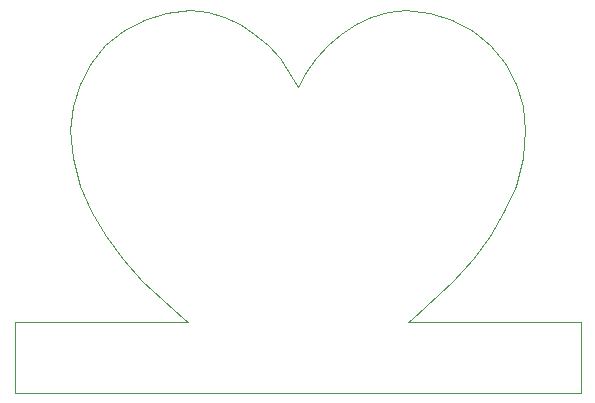
<source format=gm1>
G04 #@! TF.FileFunction,Profile,NP*
%FSLAX46Y46*%
G04 Gerber Fmt 4.6, Leading zero omitted, Abs format (unit mm)*
G04 Created by KiCad (PCBNEW 4.0.0-rc2-stable) date 3/3/2016 3:06:40 PM*
%MOMM*%
G01*
G04 APERTURE LIST*
%ADD10C,0.150000*%
%ADD11C,0.100000*%
G04 APERTURE END LIST*
D10*
D11*
X70620000Y-51160000D02*
X70620000Y-51150000D01*
X70620000Y-51150000D02*
X46630000Y-51150000D01*
X46630000Y-51150000D02*
X46630000Y-45150000D01*
X46630000Y-45150000D02*
X61290000Y-45150000D01*
X61290000Y-45150000D02*
X60950000Y-44910000D01*
X60950000Y-44910000D02*
X57390000Y-41670000D01*
X57390000Y-41670000D02*
X55770000Y-39820000D01*
X55770000Y-39820000D02*
X54340000Y-37880000D01*
X54340000Y-37880000D02*
X53120000Y-35800000D01*
X53120000Y-35800000D02*
X52160000Y-33630000D01*
X52160000Y-33630000D02*
X51540000Y-31310000D01*
X51540000Y-31310000D02*
X51330000Y-28910000D01*
X51330000Y-28910000D02*
X51530000Y-26890000D01*
X51530000Y-26890000D02*
X52120000Y-24980000D01*
X52120000Y-24980000D02*
X53060000Y-23240000D01*
X53060000Y-23240000D02*
X54290000Y-21740000D01*
X54290000Y-21740000D02*
X55800000Y-20500000D01*
X55800000Y-20500000D02*
X57530000Y-19570000D01*
X57530000Y-19570000D02*
X59440000Y-18980000D01*
X59440000Y-18980000D02*
X61460000Y-18780000D01*
X61460000Y-18780000D02*
X62950000Y-18920000D01*
X62950000Y-18920000D02*
X64380000Y-19330000D01*
X64380000Y-19330000D02*
X65710000Y-19950000D01*
X65710000Y-19950000D02*
X66920000Y-20770000D01*
X66920000Y-20770000D02*
X68050000Y-21730000D01*
X68050000Y-21730000D02*
X69050000Y-22850000D01*
X69050000Y-22850000D02*
X70620000Y-25300000D01*
X70620000Y-25300000D02*
X71300000Y-24040000D01*
X71300000Y-24040000D02*
X72150000Y-22850000D01*
X72150000Y-22850000D02*
X73130000Y-21730000D01*
X73130000Y-21730000D02*
X74230000Y-20770000D01*
X74230000Y-20770000D02*
X75480000Y-19950000D01*
X75480000Y-19950000D02*
X76820000Y-19330000D01*
X76820000Y-19330000D02*
X78240000Y-18920000D01*
X78240000Y-18920000D02*
X79730000Y-18780000D01*
X79730000Y-18780000D02*
X81750000Y-18980000D01*
X81750000Y-18980000D02*
X83660000Y-19570000D01*
X83660000Y-19570000D02*
X85400000Y-20500000D01*
X85400000Y-20500000D02*
X86900000Y-21740000D01*
X86900000Y-21740000D02*
X88140000Y-23240000D01*
X88140000Y-23240000D02*
X89070000Y-24980000D01*
X89070000Y-24980000D02*
X89660000Y-26880000D01*
X89660000Y-26880000D02*
X89860000Y-28910000D01*
X89860000Y-28910000D02*
X89650000Y-31310000D01*
X89650000Y-31310000D02*
X89030000Y-33630000D01*
X89030000Y-33630000D02*
X88070000Y-35800000D01*
X88070000Y-35800000D02*
X86850000Y-37880000D01*
X86850000Y-37880000D02*
X85410000Y-39820000D01*
X85410000Y-39820000D02*
X83750000Y-41670000D01*
X83750000Y-41670000D02*
X80240000Y-44910000D01*
X80240000Y-44910000D02*
X79910000Y-45150000D01*
X79910000Y-45150000D02*
X94560000Y-45150000D01*
X94560000Y-45150000D02*
X94560000Y-51150000D01*
X94560000Y-51150000D02*
X70620000Y-51150000D01*
X70620000Y-51150000D02*
X70620000Y-51160000D01*
X70620000Y-51160000D02*
X70620000Y-51160000D01*
X70620000Y-51160000D02*
X70620000Y-51160000D01*
M02*

</source>
